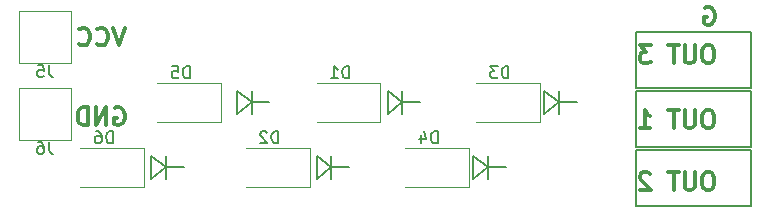
<source format=gbr>
G04 #@! TF.GenerationSoftware,KiCad,Pcbnew,(5.0.1)-3*
G04 #@! TF.CreationDate,2020-02-13T16:16:06-05:00*
G04 #@! TF.ProjectId,ESC_V1,4553435F56312E6B696361645F706362,rev?*
G04 #@! TF.SameCoordinates,Original*
G04 #@! TF.FileFunction,Legend,Bot*
G04 #@! TF.FilePolarity,Positive*
%FSLAX46Y46*%
G04 Gerber Fmt 4.6, Leading zero omitted, Abs format (unit mm)*
G04 Created by KiCad (PCBNEW (5.0.1)-3) date 2/13/2020 4:16:06 PM*
%MOMM*%
%LPD*%
G01*
G04 APERTURE LIST*
%ADD10C,0.200000*%
%ADD11C,0.300000*%
%ADD12C,0.120000*%
%ADD13C,0.150000*%
G04 APERTURE END LIST*
D10*
X168500000Y-58500000D02*
X170000000Y-58500000D01*
X168500000Y-58500000D02*
X167250000Y-57500000D01*
X167250000Y-57500000D02*
X167250000Y-59500000D01*
X167250000Y-59500000D02*
X168500000Y-58500000D01*
X168500000Y-57500000D02*
X168500000Y-59500000D01*
X162500000Y-64000000D02*
X164000000Y-64000000D01*
X162500000Y-64000000D02*
X161250000Y-63000000D01*
X161250000Y-63000000D02*
X161250000Y-65000000D01*
X161250000Y-65000000D02*
X162500000Y-64000000D01*
X162500000Y-63000000D02*
X162500000Y-65000000D01*
X155250000Y-58500000D02*
X156750000Y-58500000D01*
X155250000Y-58500000D02*
X154000000Y-57500000D01*
X154000000Y-57500000D02*
X154000000Y-59500000D01*
X154000000Y-59500000D02*
X155250000Y-58500000D01*
X155250000Y-57500000D02*
X155250000Y-59500000D01*
X149250000Y-64000000D02*
X150750000Y-64000000D01*
X149250000Y-64000000D02*
X148000000Y-63000000D01*
X148000000Y-63000000D02*
X148000000Y-65000000D01*
X148000000Y-65000000D02*
X149250000Y-64000000D01*
X149250000Y-63000000D02*
X149250000Y-65000000D01*
X135250000Y-64000000D02*
X136750000Y-64000000D01*
X135250000Y-64000000D02*
X134000000Y-63000000D01*
X134000000Y-63000000D02*
X134000000Y-65000000D01*
X134000000Y-65000000D02*
X135250000Y-64000000D01*
X135250000Y-63000000D02*
X135250000Y-65000000D01*
X142500000Y-58500000D02*
X144000000Y-58500000D01*
X142500000Y-57500000D02*
X142500000Y-59500000D01*
X142500000Y-58500000D02*
X141250000Y-57500000D01*
X141250000Y-59500000D02*
X142500000Y-58500000D01*
X141250000Y-57500000D02*
X141250000Y-59500000D01*
D11*
X130892857Y-59000000D02*
X131035714Y-58928571D01*
X131250000Y-58928571D01*
X131464285Y-59000000D01*
X131607142Y-59142857D01*
X131678571Y-59285714D01*
X131750000Y-59571428D01*
X131750000Y-59785714D01*
X131678571Y-60071428D01*
X131607142Y-60214285D01*
X131464285Y-60357142D01*
X131250000Y-60428571D01*
X131107142Y-60428571D01*
X130892857Y-60357142D01*
X130821428Y-60285714D01*
X130821428Y-59785714D01*
X131107142Y-59785714D01*
X130178571Y-60428571D02*
X130178571Y-58928571D01*
X129321428Y-60428571D01*
X129321428Y-58928571D01*
X128607142Y-60428571D02*
X128607142Y-58928571D01*
X128250000Y-58928571D01*
X128035714Y-59000000D01*
X127892857Y-59142857D01*
X127821428Y-59285714D01*
X127750000Y-59571428D01*
X127750000Y-59785714D01*
X127821428Y-60071428D01*
X127892857Y-60214285D01*
X128035714Y-60357142D01*
X128250000Y-60428571D01*
X128607142Y-60428571D01*
X131750000Y-52178571D02*
X131250000Y-53678571D01*
X130750000Y-52178571D01*
X129392857Y-53535714D02*
X129464285Y-53607142D01*
X129678571Y-53678571D01*
X129821428Y-53678571D01*
X130035714Y-53607142D01*
X130178571Y-53464285D01*
X130250000Y-53321428D01*
X130321428Y-53035714D01*
X130321428Y-52821428D01*
X130250000Y-52535714D01*
X130178571Y-52392857D01*
X130035714Y-52250000D01*
X129821428Y-52178571D01*
X129678571Y-52178571D01*
X129464285Y-52250000D01*
X129392857Y-52321428D01*
X127892857Y-53535714D02*
X127964285Y-53607142D01*
X128178571Y-53678571D01*
X128321428Y-53678571D01*
X128535714Y-53607142D01*
X128678571Y-53464285D01*
X128750000Y-53321428D01*
X128821428Y-53035714D01*
X128821428Y-52821428D01*
X128750000Y-52535714D01*
X128678571Y-52392857D01*
X128535714Y-52250000D01*
X128321428Y-52178571D01*
X128178571Y-52178571D01*
X127964285Y-52250000D01*
X127892857Y-52321428D01*
D10*
X175000000Y-62500000D02*
X184750000Y-62500000D01*
X175000000Y-67250000D02*
X175000000Y-62500000D01*
X184750000Y-62500000D02*
X184750000Y-67250000D01*
X184750000Y-67250000D02*
X175000000Y-67250000D01*
X175000000Y-57500000D02*
X184750000Y-57500000D01*
X175000000Y-62250000D02*
X175000000Y-57500000D01*
X184750000Y-57500000D02*
X184750000Y-62250000D01*
X184750000Y-62250000D02*
X175000000Y-62250000D01*
X175000000Y-57250000D02*
X175000000Y-52500000D01*
X184750000Y-57250000D02*
X175000000Y-57250000D01*
X184750000Y-52500000D02*
X184750000Y-57250000D01*
X175000000Y-52500000D02*
X184750000Y-52500000D01*
D11*
X181285714Y-64428571D02*
X181000000Y-64428571D01*
X180857142Y-64500000D01*
X180714285Y-64642857D01*
X180642857Y-64928571D01*
X180642857Y-65428571D01*
X180714285Y-65714285D01*
X180857142Y-65857142D01*
X181000000Y-65928571D01*
X181285714Y-65928571D01*
X181428571Y-65857142D01*
X181571428Y-65714285D01*
X181642857Y-65428571D01*
X181642857Y-64928571D01*
X181571428Y-64642857D01*
X181428571Y-64500000D01*
X181285714Y-64428571D01*
X180000000Y-64428571D02*
X180000000Y-65642857D01*
X179928571Y-65785714D01*
X179857142Y-65857142D01*
X179714285Y-65928571D01*
X179428571Y-65928571D01*
X179285714Y-65857142D01*
X179214285Y-65785714D01*
X179142857Y-65642857D01*
X179142857Y-64428571D01*
X178642857Y-64428571D02*
X177785714Y-64428571D01*
X178214285Y-65928571D02*
X178214285Y-64428571D01*
X176214285Y-64571428D02*
X176142857Y-64500000D01*
X176000000Y-64428571D01*
X175642857Y-64428571D01*
X175500000Y-64500000D01*
X175428571Y-64571428D01*
X175357142Y-64714285D01*
X175357142Y-64857142D01*
X175428571Y-65071428D01*
X176285714Y-65928571D01*
X175357142Y-65928571D01*
X181285714Y-59178571D02*
X181000000Y-59178571D01*
X180857142Y-59250000D01*
X180714285Y-59392857D01*
X180642857Y-59678571D01*
X180642857Y-60178571D01*
X180714285Y-60464285D01*
X180857142Y-60607142D01*
X181000000Y-60678571D01*
X181285714Y-60678571D01*
X181428571Y-60607142D01*
X181571428Y-60464285D01*
X181642857Y-60178571D01*
X181642857Y-59678571D01*
X181571428Y-59392857D01*
X181428571Y-59250000D01*
X181285714Y-59178571D01*
X180000000Y-59178571D02*
X180000000Y-60392857D01*
X179928571Y-60535714D01*
X179857142Y-60607142D01*
X179714285Y-60678571D01*
X179428571Y-60678571D01*
X179285714Y-60607142D01*
X179214285Y-60535714D01*
X179142857Y-60392857D01*
X179142857Y-59178571D01*
X178642857Y-59178571D02*
X177785714Y-59178571D01*
X178214285Y-60678571D02*
X178214285Y-59178571D01*
X175357142Y-60678571D02*
X176214285Y-60678571D01*
X175785714Y-60678571D02*
X175785714Y-59178571D01*
X175928571Y-59392857D01*
X176071428Y-59535714D01*
X176214285Y-59607142D01*
X181285714Y-53678571D02*
X181000000Y-53678571D01*
X180857142Y-53750000D01*
X180714285Y-53892857D01*
X180642857Y-54178571D01*
X180642857Y-54678571D01*
X180714285Y-54964285D01*
X180857142Y-55107142D01*
X181000000Y-55178571D01*
X181285714Y-55178571D01*
X181428571Y-55107142D01*
X181571428Y-54964285D01*
X181642857Y-54678571D01*
X181642857Y-54178571D01*
X181571428Y-53892857D01*
X181428571Y-53750000D01*
X181285714Y-53678571D01*
X180000000Y-53678571D02*
X180000000Y-54892857D01*
X179928571Y-55035714D01*
X179857142Y-55107142D01*
X179714285Y-55178571D01*
X179428571Y-55178571D01*
X179285714Y-55107142D01*
X179214285Y-55035714D01*
X179142857Y-54892857D01*
X179142857Y-53678571D01*
X178642857Y-53678571D02*
X177785714Y-53678571D01*
X178214285Y-55178571D02*
X178214285Y-53678571D01*
X176285714Y-53678571D02*
X175357142Y-53678571D01*
X175857142Y-54250000D01*
X175642857Y-54250000D01*
X175500000Y-54321428D01*
X175428571Y-54392857D01*
X175357142Y-54535714D01*
X175357142Y-54892857D01*
X175428571Y-55035714D01*
X175500000Y-55107142D01*
X175642857Y-55178571D01*
X176071428Y-55178571D01*
X176214285Y-55107142D01*
X176285714Y-55035714D01*
X180857142Y-50500000D02*
X181000000Y-50428571D01*
X181214285Y-50428571D01*
X181428571Y-50500000D01*
X181571428Y-50642857D01*
X181642857Y-50785714D01*
X181714285Y-51071428D01*
X181714285Y-51285714D01*
X181642857Y-51571428D01*
X181571428Y-51714285D01*
X181428571Y-51857142D01*
X181214285Y-51928571D01*
X181071428Y-51928571D01*
X180857142Y-51857142D01*
X180785714Y-51785714D01*
X180785714Y-51285714D01*
X181071428Y-51285714D01*
D12*
G04 #@! TO.C,D1*
X153400000Y-56850000D02*
X153400000Y-60150000D01*
X153400000Y-60150000D02*
X148000000Y-60150000D01*
X153400000Y-56850000D02*
X148000000Y-56850000D01*
G04 #@! TO.C,D2*
X147400000Y-62350000D02*
X142000000Y-62350000D01*
X147400000Y-65650000D02*
X142000000Y-65650000D01*
X147400000Y-62350000D02*
X147400000Y-65650000D01*
G04 #@! TO.C,D3*
X166900000Y-56850000D02*
X166900000Y-60150000D01*
X166900000Y-60150000D02*
X161500000Y-60150000D01*
X166900000Y-56850000D02*
X161500000Y-56850000D01*
G04 #@! TO.C,D4*
X160900000Y-62350000D02*
X155500000Y-62350000D01*
X160900000Y-65650000D02*
X155500000Y-65650000D01*
X160900000Y-62350000D02*
X160900000Y-65650000D01*
G04 #@! TO.C,D5*
X139900000Y-56850000D02*
X139900000Y-60150000D01*
X139900000Y-60150000D02*
X134500000Y-60150000D01*
X139900000Y-56850000D02*
X134500000Y-56850000D01*
G04 #@! TO.C,D6*
X133400000Y-62350000D02*
X128000000Y-62350000D01*
X133400000Y-65650000D02*
X128000000Y-65650000D01*
X133400000Y-62350000D02*
X133400000Y-65650000D01*
G04 #@! TO.C,J5*
X122800000Y-50800000D02*
X122800000Y-55200000D01*
X127200000Y-50800000D02*
X122800000Y-50800000D01*
X127200000Y-55200000D02*
X127200000Y-50800000D01*
X122800000Y-55200000D02*
X127200000Y-55200000D01*
G04 #@! TO.C,J6*
X122800000Y-61700000D02*
X127200000Y-61700000D01*
X127200000Y-61700000D02*
X127200000Y-57300000D01*
X127200000Y-57300000D02*
X122800000Y-57300000D01*
X122800000Y-57300000D02*
X122800000Y-61700000D01*
G04 #@! TO.C,D1*
D13*
X150738095Y-56452380D02*
X150738095Y-55452380D01*
X150500000Y-55452380D01*
X150357142Y-55500000D01*
X150261904Y-55595238D01*
X150214285Y-55690476D01*
X150166666Y-55880952D01*
X150166666Y-56023809D01*
X150214285Y-56214285D01*
X150261904Y-56309523D01*
X150357142Y-56404761D01*
X150500000Y-56452380D01*
X150738095Y-56452380D01*
X149214285Y-56452380D02*
X149785714Y-56452380D01*
X149500000Y-56452380D02*
X149500000Y-55452380D01*
X149595238Y-55595238D01*
X149690476Y-55690476D01*
X149785714Y-55738095D01*
G04 #@! TO.C,D2*
X144738095Y-61952380D02*
X144738095Y-60952380D01*
X144500000Y-60952380D01*
X144357142Y-61000000D01*
X144261904Y-61095238D01*
X144214285Y-61190476D01*
X144166666Y-61380952D01*
X144166666Y-61523809D01*
X144214285Y-61714285D01*
X144261904Y-61809523D01*
X144357142Y-61904761D01*
X144500000Y-61952380D01*
X144738095Y-61952380D01*
X143785714Y-61047619D02*
X143738095Y-61000000D01*
X143642857Y-60952380D01*
X143404761Y-60952380D01*
X143309523Y-61000000D01*
X143261904Y-61047619D01*
X143214285Y-61142857D01*
X143214285Y-61238095D01*
X143261904Y-61380952D01*
X143833333Y-61952380D01*
X143214285Y-61952380D01*
G04 #@! TO.C,D3*
X164238095Y-56452380D02*
X164238095Y-55452380D01*
X164000000Y-55452380D01*
X163857142Y-55500000D01*
X163761904Y-55595238D01*
X163714285Y-55690476D01*
X163666666Y-55880952D01*
X163666666Y-56023809D01*
X163714285Y-56214285D01*
X163761904Y-56309523D01*
X163857142Y-56404761D01*
X164000000Y-56452380D01*
X164238095Y-56452380D01*
X163333333Y-55452380D02*
X162714285Y-55452380D01*
X163047619Y-55833333D01*
X162904761Y-55833333D01*
X162809523Y-55880952D01*
X162761904Y-55928571D01*
X162714285Y-56023809D01*
X162714285Y-56261904D01*
X162761904Y-56357142D01*
X162809523Y-56404761D01*
X162904761Y-56452380D01*
X163190476Y-56452380D01*
X163285714Y-56404761D01*
X163333333Y-56357142D01*
G04 #@! TO.C,D4*
X158238095Y-61952380D02*
X158238095Y-60952380D01*
X158000000Y-60952380D01*
X157857142Y-61000000D01*
X157761904Y-61095238D01*
X157714285Y-61190476D01*
X157666666Y-61380952D01*
X157666666Y-61523809D01*
X157714285Y-61714285D01*
X157761904Y-61809523D01*
X157857142Y-61904761D01*
X158000000Y-61952380D01*
X158238095Y-61952380D01*
X156809523Y-61285714D02*
X156809523Y-61952380D01*
X157047619Y-60904761D02*
X157285714Y-61619047D01*
X156666666Y-61619047D01*
G04 #@! TO.C,D5*
X137238095Y-56452380D02*
X137238095Y-55452380D01*
X137000000Y-55452380D01*
X136857142Y-55500000D01*
X136761904Y-55595238D01*
X136714285Y-55690476D01*
X136666666Y-55880952D01*
X136666666Y-56023809D01*
X136714285Y-56214285D01*
X136761904Y-56309523D01*
X136857142Y-56404761D01*
X137000000Y-56452380D01*
X137238095Y-56452380D01*
X135761904Y-55452380D02*
X136238095Y-55452380D01*
X136285714Y-55928571D01*
X136238095Y-55880952D01*
X136142857Y-55833333D01*
X135904761Y-55833333D01*
X135809523Y-55880952D01*
X135761904Y-55928571D01*
X135714285Y-56023809D01*
X135714285Y-56261904D01*
X135761904Y-56357142D01*
X135809523Y-56404761D01*
X135904761Y-56452380D01*
X136142857Y-56452380D01*
X136238095Y-56404761D01*
X136285714Y-56357142D01*
G04 #@! TO.C,D6*
X130738095Y-61952380D02*
X130738095Y-60952380D01*
X130500000Y-60952380D01*
X130357142Y-61000000D01*
X130261904Y-61095238D01*
X130214285Y-61190476D01*
X130166666Y-61380952D01*
X130166666Y-61523809D01*
X130214285Y-61714285D01*
X130261904Y-61809523D01*
X130357142Y-61904761D01*
X130500000Y-61952380D01*
X130738095Y-61952380D01*
X129309523Y-60952380D02*
X129500000Y-60952380D01*
X129595238Y-61000000D01*
X129642857Y-61047619D01*
X129738095Y-61190476D01*
X129785714Y-61380952D01*
X129785714Y-61761904D01*
X129738095Y-61857142D01*
X129690476Y-61904761D01*
X129595238Y-61952380D01*
X129404761Y-61952380D01*
X129309523Y-61904761D01*
X129261904Y-61857142D01*
X129214285Y-61761904D01*
X129214285Y-61523809D01*
X129261904Y-61428571D01*
X129309523Y-61380952D01*
X129404761Y-61333333D01*
X129595238Y-61333333D01*
X129690476Y-61380952D01*
X129738095Y-61428571D01*
X129785714Y-61523809D01*
G04 #@! TO.C,J5*
X125333333Y-55350380D02*
X125333333Y-56064666D01*
X125380952Y-56207523D01*
X125476190Y-56302761D01*
X125619047Y-56350380D01*
X125714285Y-56350380D01*
X124380952Y-55350380D02*
X124857142Y-55350380D01*
X124904761Y-55826571D01*
X124857142Y-55778952D01*
X124761904Y-55731333D01*
X124523809Y-55731333D01*
X124428571Y-55778952D01*
X124380952Y-55826571D01*
X124333333Y-55921809D01*
X124333333Y-56159904D01*
X124380952Y-56255142D01*
X124428571Y-56302761D01*
X124523809Y-56350380D01*
X124761904Y-56350380D01*
X124857142Y-56302761D01*
X124904761Y-56255142D01*
G04 #@! TO.C,J6*
X125333333Y-61850380D02*
X125333333Y-62564666D01*
X125380952Y-62707523D01*
X125476190Y-62802761D01*
X125619047Y-62850380D01*
X125714285Y-62850380D01*
X124428571Y-61850380D02*
X124619047Y-61850380D01*
X124714285Y-61898000D01*
X124761904Y-61945619D01*
X124857142Y-62088476D01*
X124904761Y-62278952D01*
X124904761Y-62659904D01*
X124857142Y-62755142D01*
X124809523Y-62802761D01*
X124714285Y-62850380D01*
X124523809Y-62850380D01*
X124428571Y-62802761D01*
X124380952Y-62755142D01*
X124333333Y-62659904D01*
X124333333Y-62421809D01*
X124380952Y-62326571D01*
X124428571Y-62278952D01*
X124523809Y-62231333D01*
X124714285Y-62231333D01*
X124809523Y-62278952D01*
X124857142Y-62326571D01*
X124904761Y-62421809D01*
G04 #@! TD*
M02*

</source>
